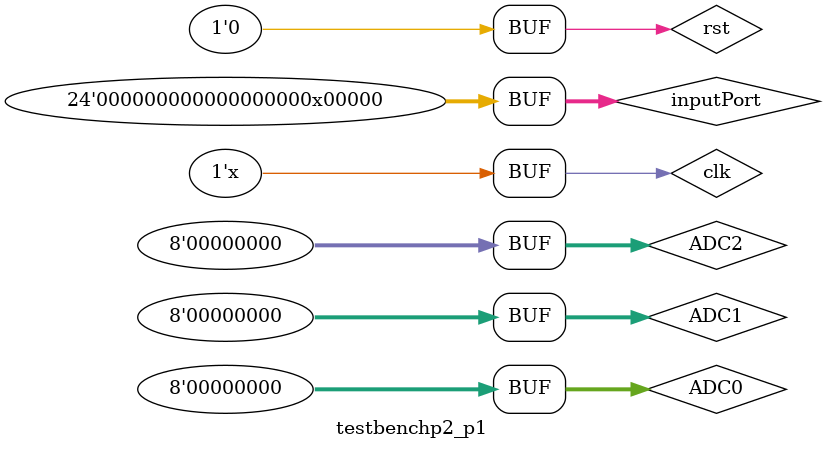
<source format=v>
`timescale 1ns / 1ps

// THIS TESTBENCH RUNS PROGRAM 2, WITH PROGRAM 1 CALLED AS AN INTERRUPT ON THE FALLING EDGE OF INPUTPORT[5]


module testbenchp2_p1(

    );
    
    parameter PROGRAM = 0;
    
    reg clk, rst;
    reg [23:0] inputPort;
    reg [7:0] ADC0, ADC1, ADC2;
    wire [23:0] outputPort;
    wire [3:0] outputPWM;
    
    RK2040 #(
        .PROGRAM    (PROGRAM)
    ) MODULE_UNDER_TEST (
        .clk        (clk),
        .rst        (rst),
        .inputPort  (inputPort),
        .ADC0       (ADC0),
        .ADC1       (ADC1),
        .ADC2       (ADC2),
        .outputPort (outputPort),
        .outputPWM  (outputPWM)
    );
    
    initial begin
        clk <= 0;
        rst <= 1;
        inputPort <= 0;
        ADC0 <= 0;
        ADC1 <= 0;
        ADC2 <= 0;
        #40 rst = 0;
        #350 inputPort[5] = ~inputPort[5];
        #350 inputPort[5] = ~inputPort[5];
    end
    always #10 clk <= ~clk;
    
    
endmodule
</source>
